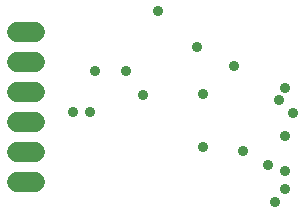
<source format=gbs>
G75*
%MOIN*%
%OFA0B0*%
%FSLAX25Y25*%
%IPPOS*%
%LPD*%
%AMOC8*
5,1,8,0,0,1.08239X$1,22.5*
%
%ADD10C,0.06506*%
%ADD11C,0.03584*%
D10*
X0128491Y0121850D02*
X0134396Y0121850D01*
X0134396Y0131850D02*
X0128491Y0131850D01*
X0128491Y0141850D02*
X0134396Y0141850D01*
X0134396Y0151850D02*
X0128491Y0151850D01*
X0128491Y0161850D02*
X0134396Y0161850D01*
X0134396Y0171850D02*
X0128491Y0171850D01*
D11*
X0214570Y0115449D03*
X0217900Y0119724D03*
X0217900Y0125630D03*
X0211995Y0127598D03*
X0203743Y0132181D03*
X0190341Y0133504D03*
X0217900Y0137441D03*
X0220475Y0144976D03*
X0215932Y0149252D03*
X0217900Y0153189D03*
X0200790Y0160724D03*
X0188373Y0166969D03*
X0175475Y0179071D03*
X0164751Y0159094D03*
X0170554Y0151118D03*
X0154570Y0159071D03*
X0152940Y0145315D03*
X0147034Y0145315D03*
X0190341Y0151220D03*
M02*

</source>
